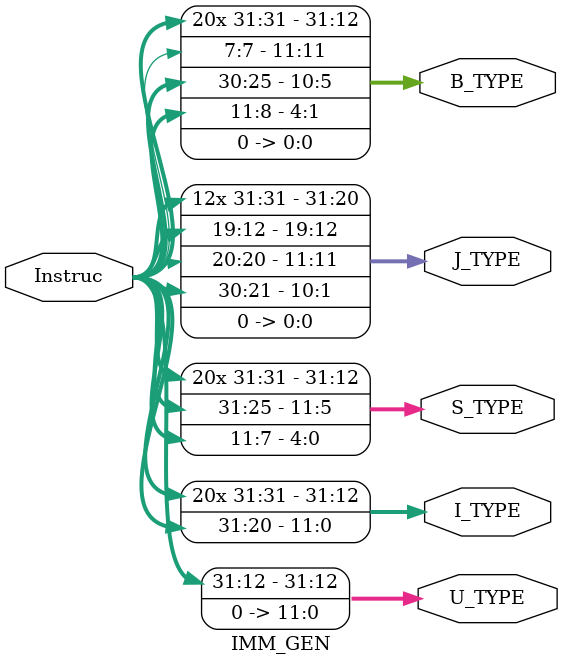
<source format=sv>
`timescale 1ns / 1ps


module IMM_GEN(
    input [31:7] Instruc,
    output logic [31:0] U_TYPE,
    output logic [31:0] I_TYPE,
    output logic [31:0] S_TYPE,
    output logic [31:0] J_TYPE,
    output logic [31:0] B_TYPE);
    
    always_comb begin
        U_TYPE = {Instruc[31:12], {12{1'b0}}};
        I_TYPE = {{21{Instruc[31]}}, Instruc[30:20]}; 
        S_TYPE = {{21{Instruc[31]}}, Instruc[30:25], Instruc[11:7]};
        B_TYPE = {{20{Instruc[31]}}, Instruc[7], Instruc[30:25], Instruc[11:8], 1'b0};
        J_TYPE = {{12{Instruc[31]}}, Instruc[19:12], Instruc[20], Instruc[30:21], 1'b0};
    end
    
endmodule

</source>
